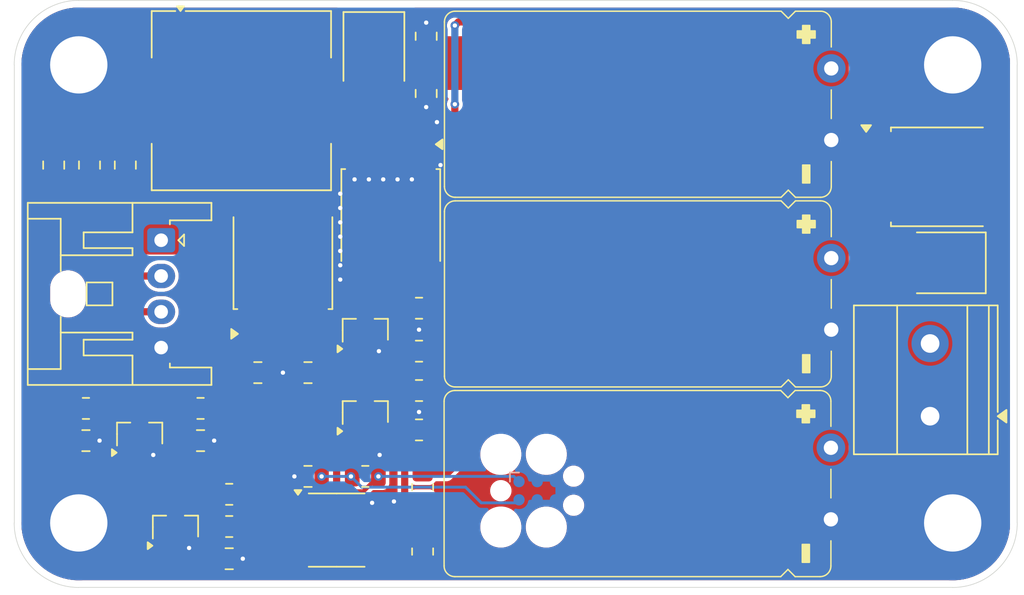
<source format=kicad_pcb>
(kicad_pcb
	(version 20241229)
	(generator "pcbnew")
	(generator_version "9.0")
	(general
		(thickness 1.6)
		(legacy_teardrops no)
	)
	(paper "A4")
	(layers
		(0 "F.Cu" signal)
		(2 "B.Cu" signal)
		(9 "F.Adhes" user "F.Adhesive")
		(11 "B.Adhes" user "B.Adhesive")
		(13 "F.Paste" user)
		(15 "B.Paste" user)
		(5 "F.SilkS" user "F.Silkscreen")
		(7 "B.SilkS" user "B.Silkscreen")
		(1 "F.Mask" user)
		(3 "B.Mask" user)
		(17 "Dwgs.User" user "User.Drawings")
		(19 "Cmts.User" user "User.Comments")
		(21 "Eco1.User" user "User.Eco1")
		(23 "Eco2.User" user "User.Eco2")
		(25 "Edge.Cuts" user)
		(27 "Margin" user)
		(31 "F.CrtYd" user "F.Courtyard")
		(29 "B.CrtYd" user "B.Courtyard")
		(35 "F.Fab" user)
		(33 "B.Fab" user)
		(39 "User.1" user)
		(41 "User.2" user)
		(43 "User.3" user)
		(45 "User.4" user)
	)
	(setup
		(pad_to_mask_clearance 0)
		(allow_soldermask_bridges_in_footprints no)
		(tenting front back)
		(pcbplotparams
			(layerselection 0x00000000_00000000_55555555_5755f5ff)
			(plot_on_all_layers_selection 0x00000000_00000000_00000000_00000000)
			(disableapertmacros no)
			(usegerberextensions no)
			(usegerberattributes yes)
			(usegerberadvancedattributes yes)
			(creategerberjobfile yes)
			(dashed_line_dash_ratio 12.000000)
			(dashed_line_gap_ratio 3.000000)
			(svgprecision 4)
			(plotframeref no)
			(mode 1)
			(useauxorigin no)
			(hpglpennumber 1)
			(hpglpenspeed 20)
			(hpglpendiameter 15.000000)
			(pdf_front_fp_property_popups yes)
			(pdf_back_fp_property_popups yes)
			(pdf_metadata yes)
			(pdf_single_document no)
			(dxfpolygonmode yes)
			(dxfimperialunits yes)
			(dxfusepcbnewfont yes)
			(psnegative no)
			(psa4output no)
			(plot_black_and_white yes)
			(sketchpadsonfab no)
			(plotpadnumbers no)
			(hidednponfab no)
			(sketchdnponfab yes)
			(crossoutdnponfab yes)
			(subtractmaskfromsilk no)
			(outputformat 1)
			(mirror no)
			(drillshape 0)
			(scaleselection 1)
			(outputdirectory "../Glipper_2_GRB/")
		)
	)
	(net 0 "")
	(net 1 "GND")
	(net 2 "+5V")
	(net 3 "Net-(D1-K)")
	(net 4 "Net-(Q4-B)")
	(net 5 "TRIGGER_uC")
	(net 6 "Net-(Q5-B)")
	(net 7 "Net-(D1-A)")
	(net 8 "Net-(D4-K)")
	(net 9 "POINT")
	(net 10 "TRIGGER")
	(net 11 "Net-(J3-Pin_1)")
	(net 12 "Net-(Q1-B)")
	(net 13 "Net-(Q2-B)")
	(net 14 "Net-(Q3-C)")
	(net 15 "Net-(Q3-B)")
	(net 16 "Net-(Q17-B)")
	(net 17 "Net-(Q17-C)")
	(net 18 "BOOST_TRAN")
	(net 19 "OUT_TRIG")
	(net 20 "V_OUT_REF")
	(net 21 "POINT_uC")
	(net 22 "Net-(J2-Pin_1)")
	(footprint "Resistor_SMD:R_0805_2012Metric" (layer "F.Cu") (at 169.5 59.5 180))
	(footprint "Package_TO_SOT_SMD:SOT-23_Handsoldering" (layer "F.Cu") (at 153.75 56.5 90))
	(footprint "Library:CAP,BENT" (layer "F.Cu") (at 202 60 90))
	(footprint "Capacitor_SMD:C_0805_2012Metric" (layer "F.Cu") (at 160 65.25))
	(footprint "Package_SO:SOIC-8_3.9x4.9mm_P1.27mm" (layer "F.Cu") (at 167.5 63.25))
	(footprint "Package_TO_SOT_SMD:SOT-23_Handsoldering" (layer "F.Cu") (at 156.25 63 90))
	(footprint "Resistor_SMD:R_0805_2012Metric" (layer "F.Cu") (at 173.5 60.25 90))
	(footprint "Resistor_SMD:R_0805_2012Metric" (layer "F.Cu") (at 150 54.75 180))
	(footprint "Capacitor_SMD:C_0805_2012Metric" (layer "F.Cu") (at 173.75 28.75 90))
	(footprint "Capacitor_SMD:C_0805_2012Metric" (layer "F.Cu") (at 173.75 32.75 -90))
	(footprint "Resistor_SMD:R_0805_2012Metric" (layer "F.Cu") (at 173.25 47.75))
	(footprint "Resistor_SMD:R_0805_2012Metric" (layer "F.Cu") (at 173.5 64.75 90))
	(footprint "Resistor_SMD:R_0805_2012Metric" (layer "F.Cu") (at 173.25 56.25 180))
	(footprint "Resistor_SMD:R_0805_2012Metric" (layer "F.Cu") (at 160 60.75))
	(footprint "Resistor_SMD:R_0805_2012Metric" (layer "F.Cu") (at 173.25 50.75 180))
	(footprint "Capacitor_SMD:C_0805_2012Metric" (layer "F.Cu") (at 152.75 37.75 90))
	(footprint "Package_TO_SOT_SMD:TO-252-2" (layer "F.Cu") (at 209.5 38.5725))
	(footprint "Package_TO_SOT_SMD:SOT-23_Handsoldering" (layer "F.Cu") (at 169.5 49.25 90))
	(footprint "Capacitor_SMD:C_0805_2012Metric" (layer "F.Cu") (at 150 57))
	(footprint "Resistor_SMD:R_0805_2012Metric" (layer "F.Cu") (at 173.25 53.5))
	(footprint "Package_TO_SOT_SMD:SOT-23_Handsoldering" (layer "F.Cu") (at 169.5 55 90))
	(footprint "Inductor_SMD:L_Coilcraft_MSS1246-XXX" (layer "F.Cu") (at 160.85 33.25))
	(footprint "Capacitor_SMD:C_0805_2012Metric" (layer "F.Cu") (at 158 57))
	(footprint "Capacitor_SMD:C_0805_2012Metric" (layer "F.Cu") (at 165.5 59.5))
	(footprint "Package_TO_SOT_SMD:TO-252-2" (layer "F.Cu") (at 163.75 44.5 90))
	(footprint "Connector_JST:JST_XA_S04B-XASK-1_1x04_P2.50mm_Horizontal" (layer "F.Cu") (at 155.25 43 -90))
	(footprint "Resistor_SMD:R_0805_2012Metric" (layer "F.Cu") (at 160 63))
	(footprint "Capacitor_SMD:C_0805_2012Metric" (layer "F.Cu") (at 162 52.25))
	(footprint "Diode_SMD:D_PowerDI-5" (layer "F.Cu") (at 209 44.58 180))
	(footprint "Package_TO_SOT_SMD:TO-252-2" (layer "F.Cu") (at 171.2775 41.34 -90))
	(footprint "Resistor_SMD:R_0805_2012Metric" (layer "F.Cu") (at 158 54.75))
	(footprint "Capacitor_SMD:C_0805_2012Metric" (layer "F.Cu") (at 150.25 37.75 90))
	(footprint "Capacitor_SMD:C_0805_2012Metric" (layer "F.Cu") (at 165.5 52.25 180))
	(footprint "Capacitor_SMD:C_0805_2012Metric" (layer "F.Cu") (at 147.75 37.75 90))
	(footprint "Library:CAP,BENT" (layer "F.Cu") (at 202.025 33.5 90))
	(footprint "Library:CAP,BENT" (layer "F.Cu") (at 202.025 46.75 90))
	(footprint "TerminalBlock_Phoenix:TerminalBlock_Phoenix_MKDS-1,5-2-5.08_1x02_P5.08mm_Horizontal" (layer "F.Cu") (at 208.9225 55.295 90))
	(footprint "Diode_SMD:D_PowerDI-5"
		(layer "F.Cu")
		(uuid "f8c47e59-083e-474c-98d6-b95818c5d5fb")
		(at 170.1 30.87 -90)
		(descr "PowerDI,Diode,Vishay,https://www.diodes.com/assets/Package-Files/PowerDI5.pdf")
		(tags "PowerDI diode vishay")
		(property "Reference" "D1"
			(at 0 -3 90)
			(layer "F.SilkS")
			(hide yes)
			(uuid "38ccbe62-2a5b-47b9-9261-a7a5382265de")
			(effects
				(font
					(size 1 1)
					(thickness 0.15)
				)
			)
		)
		(property "Value" "D"
			(at 0 3 90)
			(layer "F.Fab")
			(uuid "8c039ca4-5ac6-4c66-947f-29e64a1bb7df")
			(effects
				(font
					(size 1 1)
					(thickness 0.15)
				)
			)
		)
		(property "Datasheet" "SDT10A45P5-13"
			(at 0 0 270)
			(unlocked yes)
			(layer "F.Fab")
			(hide yes)
			(uuid "4a65869b-5578-44bd-aa7c-fa12fb5d6469")
			(effects
				(font
					(size 1.27 1.27)
					(thickness 0.15)
				)
			)
		)
		(property "Description" "Diode"
			(at 0 0 270)
			(unlocked yes)
			(layer "F.Fab")
			(hide yes)
			(uuid "2cb330ce-1862-417e-be14-3da598d634f7")
			(effects
				(font
					(size 1.27 1.27)
					(thickness 0.15)
				)
			)
		)
		(property "Sim.Device" "D"
			(at 0 0 270)
			(unlocked yes)
			(layer "F.Fab")
			(hide yes)
			(uuid "fcb7d673-088a-4fe0-8793-04cd24d03bf5")
			(effects
				(font
					(size 1 1)
					(thickness 0.15)
				)
			)
		)
		(property "Sim.Pins" "1=K 2=A"
			(at 0 0 270)
			(unlocked yes)
			(layer "F.Fab")
			(hide yes)
			(uuid "f2c39134-ba9f-451c-a06e-50b524de1f25")
			(effects
				(font
					(size 1 1)
					(thickness 0.15)
				)
			)
		)
		(property ki_fp_filters "TO-???* *_Diode_* *SingleDiode* D_*")
		(path "/6021f536-f9ac-40ac-adaf-4d02ce6ab1c5")
		(sheetname "/")
		(sheetfile "Flipper_V2.kicad_sch")
		(attr smd)
		(fp_line
			(start -3.81 2.125)
			(end 1 2.125)
			(stroke
				(width 0.12)
				(type solid)
			)
			(layer "F.SilkS")
			(uuid "30042020-9e58-4261-802c-913451460a3f")
		)
		(fp_line
			(start -3.81 2.125)
			(end -3.81 -2.125)
			(stroke
				(width 0.12)
				(type solid)
			)
			(layer "F.SilkS")
			(uuid "ca3e4d16-601c-43e5-923e-3a03b1ca9c6c")
		)
		(fp_line
			(start 1 -2.125)
			(end -3.81 -2.125)
			(stroke
				(width 0.12)
				(type solid)
			)
			(layer "F.SilkS")
			(uuid "448c682d-9621-4ec2-af16-42a5afbe5b06")
		)
		(fp_line
			(start -3.8 2.28)
			(end -3.8 -2.28)
			(stroke
				(width 0.05)
				(type solid)
			)
			(layer "F.CrtYd")
			(uuid "0f38b182-4fbb-4374-9b35-1e2d606d0969")
		)
		(fp_line
			(start 3.81 2.28)
			(end -3.8 2.28)
			(stroke
				(width 0.05)
				(type solid)
			)
			(layer "F.CrtYd")
			(uuid "158e4f92-104d-4593-92b1-b923b9ecb208")
		)
		(fp_line
			(start -3.8 -2.28)
			(end 3.81 -2.28)
			(stroke
				(width 0.05)
				(type solid)
			)
			(layer "F.CrtYd")
			(uuid "0ca9732c-5628-4a3c-8c5a-
... [183494 chars truncated]
</source>
